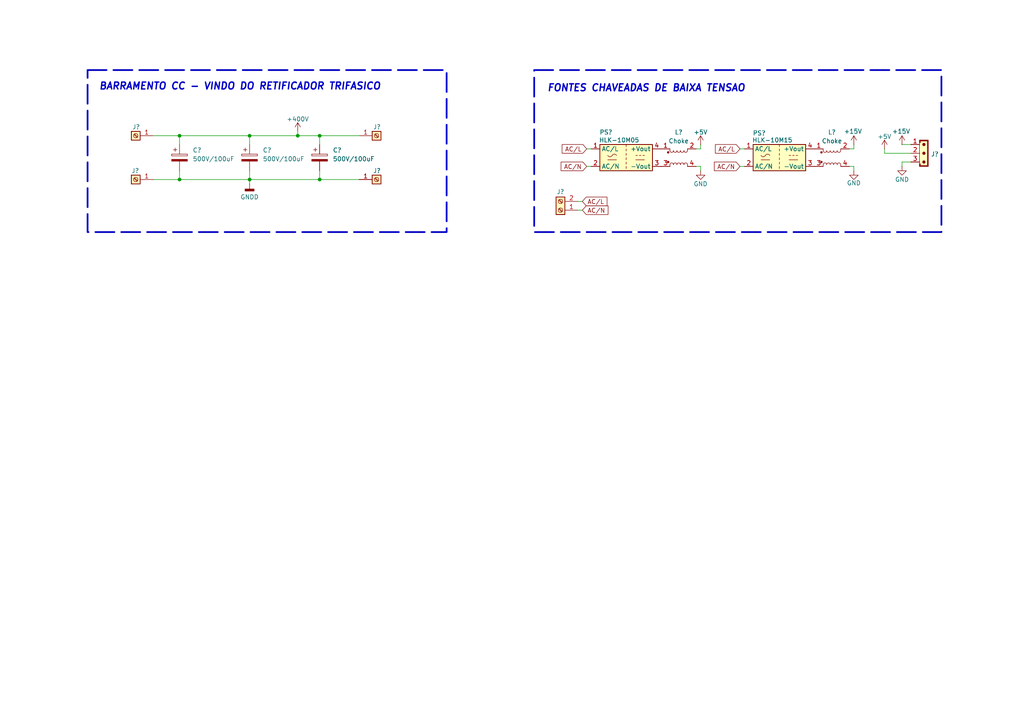
<source format=kicad_sch>
(kicad_sch (version 20231120) (generator "eeschema") (generator_version "8.0")
  (paper "A4")
  (lib_symbols
    (symbol "Connector:Screw_Terminal_01x01" (pin_names (offset 1.016) hide)
      (property "Reference" "J" (at 0 2.54 0))
      (property "Value" "Screw_Terminal_01x01" (at 0 -2.54 0))
      (symbol "Screw_Terminal_01x01_1_1"
        (rectangle (start -1.27 1.27) (end 1.27 -1.27) (stroke (width 0.254)) (fill (type background)))
        (polyline (pts (xy -0.5334 0.3302) (xy 0.3302 -0.508)) (stroke (width 0.1524)))
        (polyline (pts (xy -0.3556 0.508) (xy 0.508 -0.3302)) (stroke (width 0.1524)))
        (circle (center 0 0) (radius 0.635) (stroke (width 0.1524)))
        (pin passive line (at -5.08 0 0) (length 3.81) (name "Pin_1") (number "1"))
      )
    )
    (symbol "Connector:Screw_Terminal_01x02" (pin_names (offset 1.016) hide)
      (property "Reference" "J" (at 0 2.54 0))
      (property "Value" "Screw_Terminal_01x02" (at 0 -5.08 0))
      (symbol "Screw_Terminal_01x02_1_1"
        (rectangle (start -1.27 1.27) (end 1.27 -3.81) (stroke (width 0.254)) (fill (type background)))
        (circle (center 0 -2.54) (radius 0.635) (stroke (width 0.1524)))
        (polyline (pts (xy -0.5334 -2.2098) (xy 0.3302 -3.048)) (stroke (width 0.1524)))
        (polyline (pts (xy -0.5334 0.3302) (xy 0.3302 -0.508)) (stroke (width 0.1524)))
        (polyline (pts (xy -0.3556 -2.032) (xy 0.508 -2.8702)) (stroke (width 0.1524)))
        (polyline (pts (xy -0.3556 0.508) (xy 0.508 -0.3302)) (stroke (width 0.1524)))
        (circle (center 0 0) (radius 0.635) (stroke (width 0.1524)))
        (pin passive line (at -5.08 0 0) (length 3.81) (name "Pin_1") (number "1"))
        (pin passive line (at -5.08 -2.54 0) (length 3.81) (name "Pin_2") (number "2"))
      )
    )
    (symbol "Converter_ACDC:HLK-10M05"
      (property "Reference" "PS" (at 0 5.08 0))
      (property "Value" "HLK-10M05" (at 0 -5.08 0))
      (symbol "HLK-10M05_0_1"
        (rectangle (start -7.62 3.81) (end 7.62 -3.81) (stroke (width 0.254)) (fill (type background)))
        (arc (start -5.334 0.635) (mid -4.699 0.2495) (end -4.064 0.635))
        (arc (start -2.794 0.635) (mid -3.429 1.0072) (end -4.064 0.635))
        (polyline (pts (xy -5.334 -0.635) (xy -2.794 -0.635)))
        (polyline (pts (xy 0 -2.54) (xy 0 -3.175)))
        (polyline (pts (xy 0 -1.27) (xy 0 -1.905)))
        (polyline (pts (xy 0 0) (xy 0 -0.635)))
        (polyline (pts (xy 0 1.27) (xy 0 0.635)))
        (polyline (pts (xy 0 2.54) (xy 0 1.905)))
        (polyline (pts (xy 0 3.81) (xy 0 3.175)))
        (polyline (pts (xy 2.794 -0.635) (xy 5.334 -0.635)))
        (polyline (pts (xy 2.794 0.635) (xy 3.302 0.635)))
        (polyline (pts (xy 3.81 0.635) (xy 4.318 0.635)))
        (polyline (pts (xy 4.826 0.635) (xy 5.334 0.635)))
      )
      (symbol "HLK-10M05_1_1"
        (pin power_in line (at -10.16 2.54 0) (length 2.54) (name "AC/L") (number "1"))
        (pin power_in line (at -10.16 -2.54 0) (length 2.54) (name "AC/N") (number "2"))
        (pin power_out line (at 10.16 -2.54 180) (length 2.54) (name "-Vout") (number "3"))
        (pin power_out line (at 10.16 2.54 180) (length 2.54) (name "+Vout") (number "4"))
      )
    )
    (symbol "Converter_ACDC:HLK-10M15"
      (property "Reference" "PS" (at 0 5.08 0))
      (property "Value" "HLK-10M15" (at 0 -5.08 0))
      (symbol "HLK-10M15_0_1"
        (rectangle (start -7.62 3.81) (end 7.62 -3.81) (stroke (width 0.254)) (fill (type background)))
        (arc (start -5.334 0.635) (mid -4.699 0.2495) (end -4.064 0.635))
        (arc (start -2.794 0.635) (mid -3.429 1.0072) (end -4.064 0.635))
        (polyline (pts (xy -5.334 -0.635) (xy -2.794 -0.635)))
        (polyline (pts (xy 0 -2.54) (xy 0 -3.175)))
        (polyline (pts (xy 0 -1.27) (xy 0 -1.905)))
        (polyline (pts (xy 0 0) (xy 0 -0.635)))
        (polyline (pts (xy 0 1.27) (xy 0 0.635)))
        (polyline (pts (xy 0 2.54) (xy 0 1.905)))
        (polyline (pts (xy 0 3.81) (xy 0 3.175)))
        (polyline (pts (xy 2.794 -0.635) (xy 5.334 -0.635)))
        (polyline (pts (xy 2.794 0.635) (xy 3.302 0.635)))
        (polyline (pts (xy 3.81 0.635) (xy 4.318 0.635)))
        (polyline (pts (xy 4.826 0.635) (xy 5.334 0.635)))
      )
      (symbol "HLK-10M15_1_1"
        (pin power_in line (at -10.16 2.54 0) (length 2.54) (name "AC/L") (number "1"))
        (pin power_in line (at -10.16 -2.54 0) (length 2.54) (name "AC/N") (number "2"))
        (pin power_out line (at 10.16 -2.54 180) (length 2.54) (name "-Vout") (number "3"))
        (pin power_out line (at 10.16 2.54 180) (length 2.54) (name "+Vout") (number "4"))
      )
    )
    (symbol "Device:C_Polarized" (pin_numbers hide) (pin_names (offset 0.254))
      (property "Reference" "C" (at 0.635 2.54 0))
      (property "Value" "C_Polarized" (at 0.635 -2.54 0))
      (symbol "C_Polarized_0_1"
        (rectangle (start -2.286 0.508) (end 2.286 1.016))
        (polyline (pts (xy -1.778 2.286) (xy -0.762 2.286)))
        (polyline (pts (xy -1.27 2.794) (xy -1.27 1.778)))
        (rectangle (start 2.286 -0.508) (end -2.286 -1.016) (fill (type outline)))
      )
      (symbol "C_Polarized_1_1"
        (pin passive line (at 0 3.81 270) (length 2.794) (name "~") (number "1"))
        (pin passive line (at 0 -3.81 90) (length 2.794) (name "~") (number "2"))
      )
    )
    (symbol "Device:L_Coupled" (pin_names (offset 0.254) hide)
      (property "Reference" "L" (at 0 4.445 0))
      (property "Value" "L_Coupled" (at 0 -4.445 0))
      (symbol "L_Coupled_0_1"
        (circle (center -3.048 -1.27) (radius 0.254) (fill (type outline)))
        (circle (center -3.048 1.524) (radius 0.254) (fill (type outline)))
        (arc (start -2.54 2.032) (mid -2.032 1.5262) (end -1.524 2.032))
        (arc (start -1.524 -2.032) (mid -2.032 -1.5262) (end -2.54 -2.032))
        (arc (start -1.524 2.032) (mid -1.016 1.5262) (end -0.508 2.032))
        (arc (start -0.508 -2.032) (mid -1.016 -1.5262) (end -1.524 -2.032))
        (arc (start -0.508 2.032) (mid 0 1.5262) (end 0.508 2.032))
        (polyline (pts (xy -2.54 -2.032) (xy -2.54 -2.54)))
        (polyline (pts (xy -2.54 2.032) (xy -2.54 2.54)))
        (polyline (pts (xy 2.54 -2.032) (xy 2.54 -2.54)))
        (polyline (pts (xy 2.54 2.54) (xy 2.54 2.032)))
        (arc (start 0.508 -2.032) (mid 0 -1.5262) (end -0.508 -2.032))
        (arc (start 0.508 2.032) (mid 1.016 1.5262) (end 1.524 2.032))
        (arc (start 1.524 -2.032) (mid 1.016 -1.5262) (end 0.508 -2.032))
        (arc (start 1.524 2.032) (mid 2.032 1.5262) (end 2.54 2.032))
        (arc (start 2.54 -2.032) (mid 2.032 -1.5262) (end 1.524 -2.032))
      )
      (symbol "L_Coupled_1_1"
        (pin passive line (at -5.08 2.54 0) (length 2.54) (name "1") (number "1"))
        (pin passive line (at 5.08 2.54 180) (length 2.54) (name "2") (number "2"))
        (pin passive line (at -5.08 -2.54 0) (length 2.54) (name "3") (number "3"))
        (pin passive line (at 5.08 -2.54 180) (length 2.54) (name "4") (number "4"))
      )
    )
    (symbol "PCM_SL_Connectors:JST_03"
      (property "Reference" "J" (at 0 8.89 0))
      (property "Value" "JST_03" (at 0 6.35 0))
      (symbol "JST_03_0_1"
        (rectangle (start -1.27 3.81) (end 1.27 -3.81) (fill (type background)))
        (circle (center 0 -2.54) (radius 0.381) (fill (type outline)))
        (polyline (pts (xy -1.27 -3.048) (xy -1.27 -3.81) (xy 1.27 -3.81) (xy 1.27 -3.048) (xy 1.016 -3.048) (xy 1.016 -3.556) (xy -1.016 -3.556) (xy -1.016 -3.048) (xy -1.27 -3.048)) (fill (type outline)))
        (polyline (pts (xy 1.27 3.048) (xy 1.27 3.81) (xy -1.27 3.81) (xy -1.27 3.048) (xy -1.016 3.048) (xy -1.016 3.556) (xy 1.016 3.556) (xy 1.016 3.048) (xy 1.27 3.048)) (fill (type outline)))
        (circle (center 0 0) (radius 0.381) (fill (type outline)))
        (circle (center 0 2.54) (radius 0.381) (fill (type outline)))
        (rectangle (start 1.016 3.048) (end 1.27 -3.048) (fill (type outline)))
      )
      (symbol "JST_03_1_1"
        (pin passive line (at -3.81 2.54 0) (length 2.54) (name "") (number "1"))
        (pin passive line (at -3.81 0 0) (length 2.54) (name "") (number "2"))
        (pin passive line (at -3.81 -2.54 0) (length 2.54) (name "") (number "3"))
      )
    )
    (symbol "power:+15V" (power) (pin_numbers hide) (pin_names (offset 0) hide)
      (property "Value" "+15V" (at 0 3.556 0))
      (symbol "+15V_0_1"
        (polyline (pts (xy -0.762 1.27) (xy 0 2.54)))
        (polyline (pts (xy 0 0) (xy 0 2.54)))
        (polyline (pts (xy 0 2.54) (xy 0.762 1.27)))
      )
      (symbol "+15V_1_1"
        (pin power_in line (at 0 0 90) (length 0) (name "~") (number "1"))
      )
    )
    (symbol "power:+5V" (power) (pin_numbers hide) (pin_names (offset 0) hide)
      (property "Value" "+5V" (at 0 3.556 0))
      (symbol "+5V_0_1"
        (polyline (pts (xy -0.762 1.27) (xy 0 2.54)))
        (polyline (pts (xy 0 0) (xy 0 2.54)))
        (polyline (pts (xy 0 2.54) (xy 0.762 1.27)))
      )
      (symbol "+5V_1_1"
        (pin power_in line (at 0 0 90) (length 0) (name "~") (number "1"))
      )
    )
    (symbol "power:GND" (power) (pin_numbers hide) (pin_names (offset 0) hide)
      (property "Value" "GND" (at 0 -3.81 0))
      (symbol "GND_0_1"
        (polyline (pts (xy 0 0) (xy 0 -1.27) (xy 1.27 -1.27) (xy 0 -2.54) (xy -1.27 -1.27) (xy 0 -1.27)))
      )
      (symbol "GND_1_1"
        (pin power_in line (at 0 0 270) (length 0) (name "~") (number "1"))
      )
    )
    (symbol "power:GNDD" (power) (pin_numbers hide) (pin_names (offset 0) hide)
      (property "Value" "GNDD" (at 0 -3.175 0))
      (symbol "GNDD_0_1"
        (rectangle (start -1.27 -1.524) (end 1.27 -2.032) (stroke (width 0.254)) (fill (type outline)))
        (polyline (pts (xy 0 0) (xy 0 -1.524)))
      )
      (symbol "GNDD_1_1"
        (pin power_in line (at 0 0 270) (length 0) (name "~") (number "1"))
      )
    )
    (symbol "power:VBUS" (power) (pin_numbers hide) (pin_names (offset 0) hide)
      (property "Value" "VBUS" (at 0 3.556 0))
      (symbol "VBUS_0_1"
        (polyline (pts (xy -0.762 1.27) (xy 0 2.54)))
        (polyline (pts (xy 0 0) (xy 0 2.54)))
        (polyline (pts (xy 0 2.54) (xy 0.762 1.27)))
      )
      (symbol "VBUS_1_1"
        (pin power_in line (at 0 0 90) (length 0) (name "~") (number "1"))
      )
    )
  )
  (junction (at 52.07 52.07))
  (junction (at 92.71 52.07))
  (junction (at 92.71 39.37))
  (junction (at 52.07 39.37))
  (junction (at 72.39 52.07))
  (junction (at 86.36 39.37))
  (junction (at 72.39 39.37))
  (wire (pts (xy 52.07 39.37) (xy 52.07 41.91)))
  (wire (pts (xy 214.63 48.26) (xy 215.9 48.26)))
  (wire (pts (xy 86.36 39.37) (xy 86.36 38.1)))
  (wire (pts (xy 92.71 52.07) (xy 104.14 52.07)))
  (wire (pts (xy 256.54 43.18) (xy 256.54 44.45)))
  (wire (pts (xy 214.63 43.18) (xy 215.9 43.18)))
  (wire (pts (xy 168.91 58.42) (xy 167.64 58.42)))
  (wire (pts (xy 72.39 39.37) (xy 86.36 39.37)))
  (wire (pts (xy 44.45 39.37) (xy 52.07 39.37)))
  (wire (pts (xy 72.39 52.07) (xy 52.07 52.07)))
  (wire (pts (xy 203.2 48.26) (xy 203.2 49.53)))
  (wire (pts (xy 52.07 52.07) (xy 44.45 52.07)))
  (wire (pts (xy 72.39 41.91) (xy 72.39 39.37)))
  (wire (pts (xy 92.71 49.53) (xy 92.71 52.07)))
  (wire (pts (xy 264.16 46.99) (xy 261.62 46.99)))
  (wire (pts (xy 201.93 48.26) (xy 203.2 48.26)))
  (wire (pts (xy 52.07 49.53) (xy 52.07 52.07)))
  (wire (pts (xy 92.71 41.91) (xy 92.71 39.37)))
  (wire (pts (xy 261.62 46.99) (xy 261.62 48.26)))
  (wire (pts (xy 247.65 43.18) (xy 247.65 41.91)))
  (wire (pts (xy 168.91 60.96) (xy 167.64 60.96)))
  (wire (pts (xy 170.18 43.18) (xy 171.45 43.18)))
  (wire (pts (xy 92.71 52.07) (xy 72.39 52.07)))
  (wire (pts (xy 247.65 48.26) (xy 247.65 49.53)))
  (wire (pts (xy 170.18 48.26) (xy 171.45 48.26)))
  (wire (pts (xy 246.38 48.26) (xy 247.65 48.26)))
  (wire (pts (xy 246.38 43.18) (xy 247.65 43.18)))
  (wire (pts (xy 72.39 53.34) (xy 72.39 52.07)))
  (wire (pts (xy 261.62 41.91) (xy 264.16 41.91)))
  (wire (pts (xy 203.2 43.18) (xy 203.2 41.91)))
  (wire (pts (xy 203.2 43.18) (xy 201.93 43.18)))
  (wire (pts (xy 256.54 44.45) (xy 264.16 44.45)))
  (wire (pts (xy 92.71 39.37) (xy 104.14 39.37)))
  (wire (pts (xy 72.39 49.53) (xy 72.39 52.07)))
  (wire (pts (xy 52.07 39.37) (xy 72.39 39.37)))
  (wire (pts (xy 86.36 39.37) (xy 92.71 39.37)))
  (rectangle (start 154.94 20.32) (end 273.05 67.31) (stroke (width 0.5) (type dash)))
  (rectangle (start 25.4 20.32) (end 129.54 67.31) (stroke (width 0.5) (type dash)))
  (text "BARRAMENTO CC - VINDO DO RETIFICADOR TRIFASICO" (at 69.596 25.146 0) (effects (font (size 2 2) (bold yes) (italic yes))))
  (text "FONTES CHAVEADAS DE BAIXA TENSAO" (at 187.452 25.654 0) (effects (font (size 2 2) (bold yes) (italic yes))))
  (global_label "AC{slash}N" (shape input) (at 168.91 60.96 0) (property "Intersheetrefs" "${INTERSHEET_REFS}" (effects (hide yes))))
  (global_label "AC{slash}L" (shape input) (at 170.18 43.18 180) (property "Intersheetrefs" "${INTERSHEET_REFS}" (effects (hide yes))))
  (global_label "AC{slash}L" (shape input) (at 214.63 43.18 180) (property "Intersheetrefs" "${INTERSHEET_REFS}" (effects (hide yes))))
  (global_label "AC{slash}N" (shape input) (at 170.18 48.26 180) (property "Intersheetrefs" "${INTERSHEET_REFS}" (effects (hide yes))))
  (global_label "AC{slash}N" (shape input) (at 214.63 48.26 180) (property "Intersheetrefs" "${INTERSHEET_REFS}" (effects (hide yes))))
  (global_label "AC{slash}L" (shape input) (at 168.91 58.42 0) (property "Intersheetrefs" "${INTERSHEET_REFS}" (effects (hide yes))))
  (symbol (lib_id "power:GND") (at 203.2 49.53 0) (unit 1)
    (property "Reference" "#PWR04" (effects (hide yes)))
    (property "Value" "GND" (at 203.2 53.34 0))
    (property "Description" "Power symbol creates a global label with name \"GND\" , ground" (effects (hide yes)))
  )
  (symbol (lib_id "Converter_ACDC:HLK-10M15") (at 226.06 45.72 0) (unit 1)
    (property "Reference" "PS?" (at 220.218 38.608 0))
    (property "Value" "HLK-10M15" (at 224.028 40.64 0))
    (property "Footprint" "Converter_ACDC:Converter_ACDC_Hi-Link_HLK-10Mxx" (effects (hide yes)))
    (property "Datasheet" "http://h.hlktech.com/download/ACDC%E7%94%B5%E6%BA%90%E6%A8%A1%E5%9D%9710W%E7%B3%BB%E5%88%97/1/%E6%B5%B7%E5%87%8C%E7%A7%9110W%E7%B3%BB%E5%88%97%E7%94%B5%E6%BA%90%E6%A8%A1%E5%9D%97%E8%A7%84%E6%A0%BC%E4%B9%A6V1.8.pdf" (effects (hide yes)))
    (property "Description" "Compact AC/DC board mount power module 10W 15V" (effects (hide yes)))
  )
  (symbol (lib_id "power:GND") (at 247.65 49.53 0) (unit 1)
    (property "Reference" "#PWR09" (effects (hide yes)))
    (property "Value" "GND" (at 247.65 53.086 0))
    (property "Description" "Power symbol creates a global label with name \"GND\" , ground" (effects (hide yes)))
  )
  (symbol (lib_id "power:GNDD") (at 72.39 53.34 0) (unit 1)
    (property "Reference" "#PWR01" (effects (hide yes)))
    (property "Value" "GNDD" (at 72.39 57.15 0))
    (property "Description" "Power symbol creates a global label with name \"GNDD\" , digital ground" (effects (hide yes)))
  )
  (symbol (lib_id "power:GND") (at 261.62 48.26 0) (unit 1)
    (property "Reference" "#PWR07" (effects (hide yes)))
    (property "Value" "GND" (at 261.62 52.07 0))
    (property "Description" "Power symbol creates a global label with name \"GND\" , ground" (effects (hide yes)))
  )
  (symbol (lib_id "power:+15V") (at 261.62 41.91 0) (unit 1)
    (property "Reference" "#PWR06" (effects (hide yes)))
    (property "Value" "+15V" (at 261.366 38.1 0))
    (property "Description" "Power symbol creates a global label with name \"+15V\"" (effects (hide yes)))
  )
  (symbol (lib_id "power:+5V") (at 203.2 41.91 0) (unit 1)
    (property "Reference" "#PWR03" (effects (hide yes)))
    (property "Value" "+5V" (at 203.2 38.354 0))
    (property "Description" "Power symbol creates a global label with name \"+5V\"" (effects (hide yes)))
  )
  (symbol (lib_id "Converter_ACDC:HLK-10M05") (at 181.61 45.72 0) (unit 1)
    (property "Reference" "PS?" (at 175.768 38.354 0))
    (property "Value" "HLK-10M05" (at 179.578 40.64 0))
    (property "Footprint" "Converter_ACDC:Converter_ACDC_Hi-Link_HLK-10Mxx" (effects (hide yes)))
    (property "Datasheet" "http://h.hlktech.com/download/ACDC%E7%94%B5%E6%BA%90%E6%A8%A1%E5%9D%9710W%E7%B3%BB%E5%88%97/1/%E6%B5%B7%E5%87%8C%E7%A7%9110W%E7%B3%BB%E5%88%97%E7%94%B5%E6%BA%90%E6%A8%A1%E5%9D%97%E8%A7%84%E6%A0%BC%E4%B9%A6V1.8.pdf" (effects (hide yes)))
    (property "Description" "Compact AC/DC board mount power module 10W 5V" (effects (hide yes)))
  )
  (symbol (lib_id "Device:C_Polarized") (at 52.07 45.72 0) (unit 1)
    (property "Reference" "C?" (at 55.88 43.5609 0) (effects (justify left)))
    (property "Value" "500V/100uF" (at 55.88 46.1009 0) (effects (justify left)))
    (property "Description" "Polarized capacitor" (effects (hide yes)))
  )
  (symbol (lib_id "Connector:Screw_Terminal_01x02") (at 162.56 60.96 180) (unit 1)
    (property "Reference" "J?" (at 162.56 55.626 0))
    (property "Value" "Screw_Terminal_01x02" (effects (hide yes)))
    (property "Description" "Generic screw terminal, single row, 01x02, script generated (kicad-library-utils/schlib/autogen/connector/)" (effects (hide yes)))
  )
  (symbol (lib_id "Connector:Screw_Terminal_01x01") (at 39.37 52.07 180) (unit 1)
    (property "Reference" "J?" (at 40.386 49.53 0) (effects (justify left)))
    (property "Value" "Screw_Terminal_01x01" (effects (hide yes)))
    (property "Description" "Generic screw terminal, single row, 01x01, script generated (kicad-library-utils/schlib/autogen/connector/)" (effects (hide yes)))
  )
  (symbol (lib_id "Connector:Screw_Terminal_01x01") (at 109.22 39.37 0) (unit 1)
    (property "Reference" "J?" (at 108.204 36.83 0) (effects (justify left)))
    (property "Value" "Screw_Terminal_01x01" (effects (hide yes)))
    (property "Description" "Generic screw terminal, single row, 01x01, script generated (kicad-library-utils/schlib/autogen/connector/)" (effects (hide yes)))
  )
  (symbol (lib_id "Connector:Screw_Terminal_01x01") (at 109.22 52.07 0) (unit 1)
    (property "Reference" "J?" (at 108.204 49.53 0) (effects (justify left)))
    (property "Value" "Screw_Terminal_01x01" (effects (hide yes)))
    (property "Description" "Generic screw terminal, single row, 01x01, script generated (kicad-library-utils/schlib/autogen/connector/)" (effects (hide yes)))
  )
  (symbol (lib_id "Device:C_Polarized") (at 72.39 45.72 0) (unit 1)
    (property "Reference" "C?" (at 76.2 43.5609 0) (effects (justify left)))
    (property "Value" "500V/100uF" (at 76.2 46.1009 0) (effects (justify left)))
    (property "Description" "Polarized capacitor" (effects (hide yes)))
  )
  (symbol (lib_id "power:+5V") (at 256.54 43.18 0) (unit 1)
    (property "Reference" "#PWR05" (effects (hide yes)))
    (property "Value" "+5V" (at 256.54 39.624 0))
    (property "Description" "Power symbol creates a global label with name \"+5V\"" (effects (hide yes)))
  )
  (symbol (lib_id "PCM_SL_Connectors:JST_03") (at 267.97 44.45 0) (unit 1)
    (property "Reference" "J?" (at 270.002 44.704 0) (effects (justify left)))
    (property "Value" "JST_03" (effects (hide yes)))
    (property "Footprint" "Connector_JST:JST_EH_B3B-EH-A_1x03_P2.50mm_Vertical" (effects (hide yes)))
    (property "Description" "JST Connector  3 pins " (effects (hide yes)))
  )
  (symbol (lib_id "Device:C_Polarized") (at 92.71 45.72 0) (unit 1)
    (property "Reference" "C?" (at 96.52 43.5609 0) (effects (justify left)))
    (property "Value" "500V/100uF" (at 96.52 46.1009 0) (effects (justify left)))
    (property "Description" "Polarized capacitor" (effects (hide yes)))
  )
  (symbol (lib_id "Device:L_Coupled") (at 196.85 45.72 0) (unit 1)
    (property "Reference" "L?" (at 196.85 38.354 0))
    (property "Value" "Choke" (at 196.85 40.894 0))
    (property "Description" "Coupled inductor" (effects (hide yes)))
  )
  (symbol (lib_id "Connector:Screw_Terminal_01x01") (at 39.37 39.37 180) (unit 1)
    (property "Reference" "J?" (at 40.64 36.83 0) (effects (justify left)))
    (property "Value" "Screw_Terminal_01x01" (effects (hide yes)))
    (property "Description" "Generic screw terminal, single row, 01x01, script generated (kicad-library-utils/schlib/autogen/connector/)" (effects (hide yes)))
  )
  (symbol (lib_id "power:+15V") (at 247.65 41.91 0) (unit 1)
    (property "Reference" "#PWR08" (effects (hide yes)))
    (property "Value" "+15V" (at 247.396 38.1 0))
    (property "Description" "Power symbol creates a global label with name \"+15V\"" (effects (hide yes)))
  )
  (symbol (lib_id "power:VBUS") (at 86.36 38.1 0) (unit 1)
    (property "Reference" "#PWR02" (effects (hide yes)))
    (property "Value" "+400V" (at 86.36 34.544 0))
    (property "Description" "Power symbol creates a global label with name \"VBUS\"" (effects (hide yes)))
  )
  (symbol (lib_id "Device:L_Coupled") (at 241.3 45.72 0) (unit 1)
    (property "Reference" "L?" (at 241.3 38.354 0))
    (property "Value" "Choke" (at 241.3 40.894 0))
    (property "Description" "Coupled inductor" (effects (hide yes)))
  )
)
</source>
